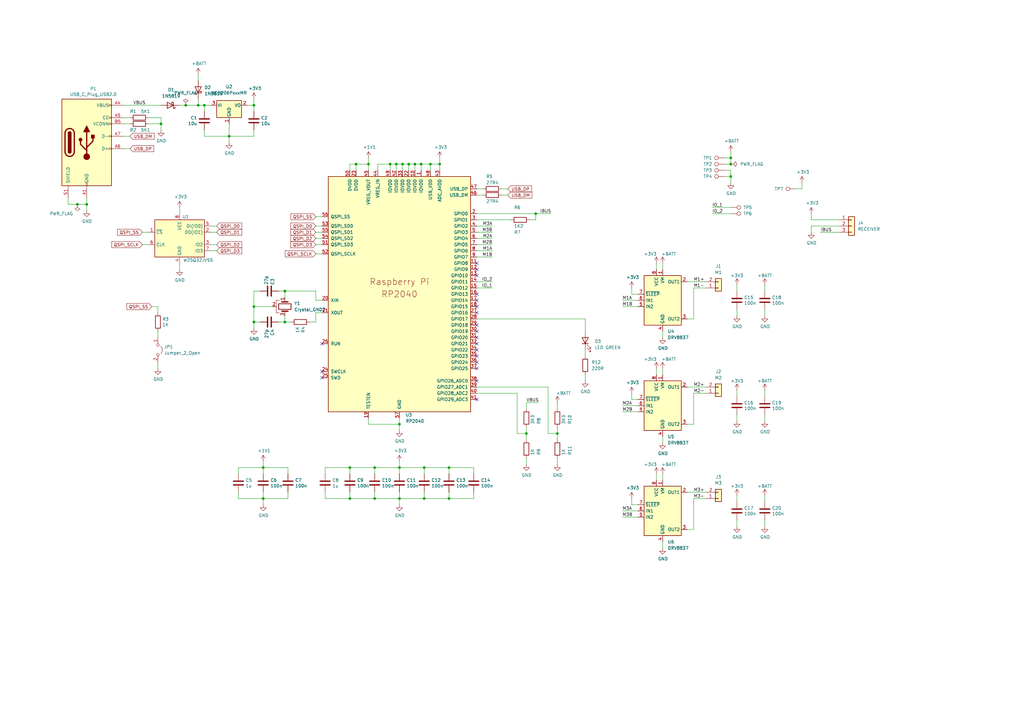
<source format=kicad_sch>
(kicad_sch (version 20211123) (generator eeschema)
  (paper "A3")
  (lib_symbols
    (symbol "Connector:TestPoint" (pin_numbers hide) (pin_names (offset 0.762) hide)
      (property "Reference" "TP" (at 0 6.858 0))
      (property "Value" "TestPoint" (at 0 5.08 0))
      (symbol "TestPoint_1_1"
        (pin passive line (at 0 0 90) (length 2.54) (name "1") (number "1"))
      )
    )
    (symbol "Connector:USB_C_Plug_USB2.0" (pin_names (offset 1.016))
      (property "Reference" "P" (at -10.16 19.05 0))
      (property "Value" "USB_C_Plug_USB2.0" (at 12.7 19.05 0))
      (symbol "USB_C_Plug_USB2.0_1_1"
        (pin passive line (at 0 -22.86 90) (length 5.08) (name "GND") (number "A1"))
        (pin passive line (at 0 -22.86 90) (length 5.08) hide (name "GND") (number "A12"))
        (pin passive line (at 15.24 15.24 180) (length 5.08) (name "VBUS") (number "A4"))
        (pin bidirectional line (at 15.24 10.16 180) (length 5.08) (name "CC") (number "A5"))
        (pin bidirectional line (at 15.24 -2.54 180) (length 5.08) (name "D+") (number "A6"))
        (pin bidirectional line (at 15.24 2.54 180) (length 5.08) (name "D-") (number "A7"))
        (pin passive line (at 15.24 15.24 180) (length 5.08) hide (name "VBUS") (number "A9"))
        (pin passive line (at 0 -22.86 90) (length 5.08) hide (name "GND") (number "B1"))
        (pin passive line (at 0 -22.86 90) (length 5.08) hide (name "GND") (number "B12"))
        (pin passive line (at 15.24 15.24 180) (length 5.08) hide (name "VBUS") (number "B4"))
        (pin bidirectional line (at 15.24 7.62 180) (length 5.08) (name "VCONN") (number "B5"))
        (pin passive line (at 15.24 15.24 180) (length 5.08) hide (name "VBUS") (number "B9"))
        (pin passive line (at -7.62 -22.86 90) (length 5.08) (name "SHIELD") (number "S1"))
      )
    )
    (symbol "Connector_Generic:Conn_01x02" (pin_names (offset 1.016) hide)
      (property "Reference" "J" (at 0 2.54 0))
      (property "Value" "Conn_01x02" (at 0 -5.08 0))
      (symbol "Conn_01x02_1_1"
        (pin passive line (at -5.08 0 0) (length 3.81) (name "Pin_1") (number "1"))
        (pin passive line (at -5.08 -2.54 0) (length 3.81) (name "Pin_2") (number "2"))
      )
    )
    (symbol "Connector_Generic:Conn_01x03" (pin_names (offset 1.016) hide)
      (property "Reference" "J" (at 0 5.08 0))
      (property "Value" "Conn_01x03" (at 0 -5.08 0))
      (symbol "Conn_01x03_1_1"
        (pin passive line (at -5.08 2.54 0) (length 3.81) (name "Pin_1") (number "1"))
        (pin passive line (at -5.08 0 0) (length 3.81) (name "Pin_2") (number "2"))
        (pin passive line (at -5.08 -2.54 0) (length 3.81) (name "Pin_3") (number "3"))
      )
    )
    (symbol "Device:C" (pin_numbers hide) (pin_names (offset 0.254))
      (property "Reference" "C" (at 0.635 2.54 0))
      (property "Value" "C" (at 0.635 -2.54 0))
      (symbol "C_1_1"
        (pin passive line (at 0 3.81 270) (length 2.794) (name "~") (number "1"))
        (pin passive line (at 0 -3.81 90) (length 2.794) (name "~") (number "2"))
      )
    )
    (symbol "Device:Crystal_GND2" (pin_names (offset 1.016) hide)
      (property "Reference" "Y" (at 0 5.715 0))
      (property "Value" "Crystal_GND2" (at 0 3.81 0))
      (symbol "Crystal_GND2_1_1"
        (pin passive line (at -3.81 0 0) (length 1.27) (name "1") (number "1"))
        (pin passive line (at 0 -5.08 90) (length 1.27) (name "2") (number "2"))
        (pin passive line (at 3.81 0 180) (length 1.27) (name "3") (number "3"))
      )
    )
    (symbol "Device:LED" (pin_numbers hide) (pin_names (offset 1.016) hide)
      (property "Reference" "D" (at 0 2.54 0))
      (property "Value" "LED" (at 0 -2.54 0))
      (symbol "LED_1_1"
        (pin passive line (at -3.81 0 0) (length 2.54) (name "K") (number "1"))
        (pin passive line (at 3.81 0 180) (length 2.54) (name "A") (number "2"))
      )
    )
    (symbol "Device:R" (pin_numbers hide) (pin_names (offset 0))
      (property "Reference" "R" (at 2.032 0 90))
      (property "Value" "R" (at 0 0 90))
      (symbol "R_1_1"
        (pin passive line (at 0 3.81 270) (length 1.27) (name "~") (number "1"))
        (pin passive line (at 0 -3.81 90) (length 1.27) (name "~") (number "2"))
      )
    )
    (symbol "Diode:1N5819" (pin_numbers hide) (pin_names (offset 1.016) hide)
      (property "Reference" "D" (at 0 2.54 0))
      (property "Value" "1N5819" (at 0 -2.54 0))
      (symbol "1N5819_1_1"
        (pin passive line (at -3.81 0 0) (length 2.54) (name "K") (number "1"))
        (pin passive line (at 3.81 0 180) (length 2.54) (name "A") (number "2"))
      )
    )
    (symbol "Driver_Motor:DRV8837"
      (property "Reference" "U" (at 6.35 11.43 0))
      (property "Value" "DRV8837" (at -10.16 11.43 0))
      (symbol "DRV8837_1_1"
        (pin power_in line (at 0 12.7 270) (length 2.54) (name "VM") (number "1"))
        (pin output line (at 10.16 7.62 180) (length 2.54) (name "OUT1") (number "2"))
        (pin output line (at 10.16 -7.62 180) (length 2.54) (name "OUT2") (number "3"))
        (pin power_in line (at 0 -12.7 90) (length 2.54) (name "GND") (number "4"))
        (pin input line (at -10.16 -2.54 0) (length 2.54) (name "IN2") (number "5"))
        (pin input line (at -10.16 0 0) (length 2.54) (name "IN1") (number "6"))
        (pin input line (at -10.16 2.54 0) (length 2.54) (name "~{SLEEP}") (number "7"))
        (pin power_in line (at -2.54 12.7 270) (length 2.54) (name "VCC") (number "8"))
        (pin passive line (at 0 -12.7 90) (length 2.54) hide (name "GND") (number "9"))
      )
    )
    (symbol "Jumper:Jumper_2_Open" (pin_names (offset 0) hide)
      (property "Reference" "JP" (at 0 2.794 0))
      (property "Value" "Jumper_2_Open" (at 0 -2.286 0))
      (symbol "Jumper_2_Open_1_1"
        (pin passive line (at -5.08 0 0) (length 2.54) (name "A") (number "1"))
        (pin passive line (at 5.08 0 180) (length 2.54) (name "B") (number "2"))
      )
    )
    (symbol "MCU_RaspberryPi_RP2040:RP2040" (pin_names (offset 1.016))
      (property "Reference" "U" (at -29.21 49.53 0))
      (property "Value" "RP2040" (at 24.13 -49.53 0))
      (symbol "RP2040_0_0"
        (text "Raspberry Pi" (at 0 5.08 0) (effects (font (size 2.54 2.54))))
        (text "RP2040" (at 0 0 0) (effects (font (size 2.54 2.54))))
      )
      (symbol "RP2040_1_1"
        (pin power_in line (at 8.89 50.8 270) (length 2.54) (name "IOVDD") (number "1"))
        (pin power_in line (at 6.35 50.8 270) (length 2.54) (name "IOVDD") (number "10"))
        (pin bidirectional line (at 31.75 12.7 180) (length 2.54) (name "GPIO8") (number "11"))
        (pin bidirectional line (at 31.75 10.16 180) (length 2.54) (name "GPIO9") (number "12"))
        (pin bidirectional line (at 31.75 7.62 180) (length 2.54) (name "GPIO10") (number "13"))
        (pin bidirectional line (at 31.75 5.08 180) (length 2.54) (name "GPIO11") (number "14"))
        (pin bidirectional line (at 31.75 2.54 180) (length 2.54) (name "GPIO12") (number "15"))
        (pin bidirectional line (at 31.75 0 180) (length 2.54) (name "GPIO13") (number "16"))
        (pin bidirectional line (at 31.75 -2.54 180) (length 2.54) (name "GPIO14") (number "17"))
        (pin bidirectional line (at 31.75 -5.08 180) (length 2.54) (name "GPIO15") (number "18"))
        (pin passive line (at -12.7 -50.8 90) (length 2.54) (name "TESTEN") (number "19"))
        (pin bidirectional line (at 31.75 33.02 180) (length 2.54) (name "GPIO0") (number "2"))
        (pin input line (at -31.75 -2.54 0) (length 2.54) (name "XIN") (number "20"))
        (pin passive line (at -31.75 -7.62 0) (length 2.54) (name "XOUT") (number "21"))
        (pin power_in line (at 3.81 50.8 270) (length 2.54) (name "IOVDD") (number "22"))
        (pin power_in line (at -17.78 50.8 270) (length 2.54) (name "DVDD") (number "23"))
        (pin output line (at -31.75 -31.75 0) (length 2.54) (name "SWCLK") (number "24"))
        (pin bidirectional line (at -31.75 -34.29 0) (length 2.54) (name "SWD") (number "25"))
        (pin input line (at -31.75 -20.32 0) (length 2.54) (name "RUN") (number "26"))
        (pin bidirectional line (at 31.75 -7.62 180) (length 2.54) (name "GPIO16") (number "27"))
        (pin bidirectional line (at 31.75 -10.16 180) (length 2.54) (name "GPIO17") (number "28"))
        (pin bidirectional line (at 31.75 -12.7 180) (length 2.54) (name "GPIO18") (number "29"))
        (pin bidirectional line (at 31.75 30.48 180) (length 2.54) (name "GPIO1") (number "3"))
        (pin bidirectional line (at 31.75 -15.24 180) (length 2.54) (name "GPIO19") (number "30"))
        (pin bidirectional line (at 31.75 -17.78 180) (length 2.54) (name "GPIO20") (number "31"))
        (pin bidirectional line (at 31.75 -20.32 180) (length 2.54) (name "GPIO21") (number "32"))
        (pin power_in line (at 1.27 50.8 270) (length 2.54) (name "IOVDD") (number "33"))
        (pin bidirectional line (at 31.75 -22.86 180) (length 2.54) (name "GPIO22") (number "34"))
        (pin bidirectional line (at 31.75 -25.4 180) (length 2.54) (name "GPIO23") (number "35"))
        (pin bidirectional line (at 31.75 -27.94 180) (length 2.54) (name "GPIO24") (number "36"))
        (pin bidirectional line (at 31.75 -30.48 180) (length 2.54) (name "GPIO25") (number "37"))
        (pin bidirectional line (at 31.75 -35.56 180) (length 2.54) (name "GPIO26_ADC0") (number "38"))
        (pin bidirectional line (at 31.75 -38.1 180) (length 2.54) (name "GPIO27_ADC1") (number "39"))
        (pin bidirectional line (at 31.75 27.94 180) (length 2.54) (name "GPIO2") (number "4"))
        (pin bidirectional line (at 31.75 -40.64 180) (length 2.54) (name "GPIO28_ADC2") (number "40"))
        (pin bidirectional line (at 31.75 -43.18 180) (length 2.54) (name "GPIO29_ADC3") (number "41"))
        (pin power_in line (at -1.27 50.8 270) (length 2.54) (name "IOVDD") (number "42"))
        (pin power_in line (at 16.51 50.8 270) (length 2.54) (name "ADC_AVDD") (number "43"))
        (pin power_in line (at -8.89 50.8 270) (length 2.54) (name "VREG_IN") (number "44"))
        (pin power_out line (at -12.7 50.8 270) (length 2.54) (name "VREG_VOUT") (number "45"))
        (pin bidirectional line (at 31.75 40.64 180) (length 2.54) (name "USB_DM") (number "46"))
        (pin bidirectional line (at 31.75 43.18 180) (length 2.54) (name "USB_DP") (number "47"))
        (pin power_in line (at 12.7 50.8 270) (length 2.54) (name "USB_VDD") (number "48"))
        (pin power_in line (at -3.81 50.8 270) (length 2.54) (name "IOVDD") (number "49"))
        (pin bidirectional line (at 31.75 25.4 180) (length 2.54) (name "GPIO3") (number "5"))
        (pin power_in line (at -20.32 50.8 270) (length 2.54) (name "DVDD") (number "50"))
        (pin bidirectional line (at -31.75 20.32 0) (length 2.54) (name "QSPI_SD3") (number "51"))
        (pin output line (at -31.75 16.51 0) (length 2.54) (name "QSPI_SCLK") (number "52"))
        (pin bidirectional line (at -31.75 27.94 0) (length 2.54) (name "QSPI_SD0") (number "53"))
        (pin bidirectional line (at -31.75 22.86 0) (length 2.54) (name "QSPI_SD2") (number "54"))
        (pin bidirectional line (at -31.75 25.4 0) (length 2.54) (name "QSPI_SD1") (number "55"))
        (pin bidirectional line (at -31.75 31.75 0) (length 2.54) (name "QSPI_SS") (number "56"))
        (pin power_in line (at 0 -50.8 90) (length 2.54) (name "GND") (number "57"))
        (pin bidirectional line (at 31.75 22.86 180) (length 2.54) (name "GPIO4") (number "6"))
        (pin bidirectional line (at 31.75 20.32 180) (length 2.54) (name "GPIO5") (number "7"))
        (pin bidirectional line (at 31.75 17.78 180) (length 2.54) (name "GPIO6") (number "8"))
        (pin bidirectional line (at 31.75 15.24 180) (length 2.54) (name "GPIO7") (number "9"))
      )
    )
    (symbol "Memory_Flash:W25Q32JVSS"
      (property "Reference" "U" (at -8.89 8.89 0))
      (property "Value" "W25Q32JVSS" (at 7.62 8.89 0))
      (symbol "W25Q32JVSS_1_1"
        (pin input line (at -12.7 2.54 0) (length 2.54) (name "~{CS}") (number "1"))
        (pin bidirectional line (at 12.7 2.54 180) (length 2.54) (name "DO(IO1)") (number "2"))
        (pin bidirectional line (at 12.7 -2.54 180) (length 2.54) (name "IO2") (number "3"))
        (pin power_in line (at 0 -10.16 90) (length 2.54) (name "GND") (number "4"))
        (pin bidirectional line (at 12.7 5.08 180) (length 2.54) (name "DI(IO0)") (number "5"))
        (pin input line (at -12.7 -2.54 0) (length 2.54) (name "CLK") (number "6"))
        (pin bidirectional line (at 12.7 -5.08 180) (length 2.54) (name "IO3") (number "7"))
        (pin power_in line (at 0 10.16 270) (length 2.54) (name "VCC") (number "8"))
      )
    )
    (symbol "Regulator_Linear:XC6206PxxxMR" (pin_names (offset 0.254))
      (property "Reference" "U" (at -3.81 3.175 0))
      (property "Value" "XC6206PxxxMR" (at 0 3.175 0))
      (symbol "XC6206PxxxMR_1_1"
        (pin power_in line (at 0 -7.62 90) (length 2.54) (name "GND") (number "1"))
        (pin power_out line (at 7.62 0 180) (length 2.54) (name "VO") (number "2"))
        (pin power_in line (at -7.62 0 0) (length 2.54) (name "VI") (number "3"))
      )
    )
    (symbol "power:+1V1" (power) (pin_names (offset 0))
      (property "Value" "+1V1" (at 0 3.556 0))
      (symbol "+1V1_1_1"
        (pin power_in line (at 0 0 90) (length 0) hide (name "+1V1") (number "1"))
      )
    )
    (symbol "power:+3.3V" (power) (pin_names (offset 0))
      (property "Value" "+3.3V" (at 0 3.556 0))
      (symbol "+3.3V_1_1"
        (pin power_in line (at 0 0 90) (length 0) hide (name "+3V3") (number "1"))
      )
    )
    (symbol "power:+3V3" (power) (pin_names (offset 0))
      (property "Value" "+3V3" (at 0 3.556 0))
      (symbol "+3V3_1_1"
        (pin power_in line (at 0 0 90) (length 0) hide (name "+3V3") (number "1"))
      )
    )
    (symbol "power:+BATT" (power) (pin_names (offset 0))
      (property "Value" "+BATT" (at 0 3.556 0))
      (symbol "+BATT_1_1"
        (pin power_in line (at 0 0 90) (length 0) hide (name "+BATT") (number "1"))
      )
    )
    (symbol "power:GND" (power) (pin_names (offset 0))
      (property "Value" "GND" (at 0 -3.81 0))
      (symbol "GND_1_1"
        (pin power_in line (at 0 0 270) (length 0) hide (name "GND") (number "1"))
      )
    )
    (symbol "power:PWR_FLAG" (power) (pin_numbers hide) (pin_names (offset 0) hide)
      (property "Value" "PWR_FLAG" (at 0 3.81 0))
      (symbol "PWR_FLAG_0_0"
        (pin power_out line (at 0 0 90) (length 0) (name "pwr") (number "1"))
      )
    )
  )
  (junction (at 163.83 204.47))
  (junction (at 104.14 132.08))
  (junction (at 93.98 55.88))
  (junction (at 153.67 204.47))
  (junction (at 180.34 67.31))
  (junction (at 107.95 191.77))
  (junction (at 143.51 191.77))
  (junction (at 162.56 67.31))
  (junction (at 116.84 132.08))
  (junction (at 160.02 67.31))
  (junction (at 153.67 191.77))
  (junction (at 173.99 204.47))
  (junction (at 165.1 67.31))
  (junction (at 167.64 67.31))
  (junction (at 172.72 67.31))
  (junction (at 66.04 50.8))
  (junction (at 299.72 64.77))
  (junction (at 146.05 67.31))
  (junction (at 184.15 191.77))
  (junction (at 81.28 43.18))
  (junction (at 143.51 204.47))
  (junction (at 107.95 204.47))
  (junction (at 35.56 83.82))
  (junction (at 31.75 83.82))
  (junction (at 116.84 119.38))
  (junction (at 228.6 177.8))
  (junction (at 151.13 67.31))
  (junction (at 184.15 204.47))
  (junction (at 170.18 67.31))
  (junction (at 173.99 191.77))
  (junction (at 299.72 72.39))
  (junction (at 76.2 43.18))
  (junction (at 176.53 67.31))
  (junction (at 219.71 87.63))
  (junction (at 104.14 43.18))
  (junction (at 299.72 67.31))
  (junction (at 104.14 125.73))
  (junction (at 163.83 191.77))
  (junction (at 83.82 43.18))
  (junction (at 163.83 173.99))
  (junction (at 215.9 177.8))
  (no_connect (at 132.08 154.94))
  (no_connect (at 195.58 107.95))
  (no_connect (at 195.58 110.49))
  (no_connect (at 195.58 113.03))
  (no_connect (at 195.58 120.65))
  (no_connect (at 195.58 125.73))
  (no_connect (at 195.58 128.27))
  (no_connect (at 195.58 123.19))
  (no_connect (at 195.58 156.21))
  (no_connect (at 195.58 146.05))
  (no_connect (at 195.58 148.59))
  (no_connect (at 195.58 151.13))
  (no_connect (at 195.58 143.51))
  (no_connect (at 195.58 133.35))
  (no_connect (at 195.58 140.97))
  (no_connect (at 195.58 138.43))
  (no_connect (at 195.58 135.89))
  (no_connect (at 132.08 152.4))
  (no_connect (at 132.08 140.97))
  (no_connect (at 195.58 163.83))
  (wire (pts (xy 153.67 204.47) (xy 143.51 204.47)))
  (wire (pts (xy 299.72 72.39) (xy 299.72 74.93)))
  (wire (pts (xy 219.71 87.63) (xy 226.06 87.63)))
  (wire (pts (xy 50.8 48.26) (xy 53.34 48.26)))
  (wire (pts (xy 58.42 100.33) (xy 60.96 100.33)))
  (wire (pts (xy 173.99 191.77) (xy 184.15 191.77)))
  (wire (pts (xy 81.28 30.48) (xy 81.28 33.02)))
  (wire (pts (xy 176.53 67.31) (xy 176.53 69.85)))
  (wire (pts (xy 313.69 129.54) (xy 313.69 127)))
  (wire (pts (xy 271.78 181.61) (xy 271.78 179.07)))
  (wire (pts (xy 146.05 67.31) (xy 151.13 67.31)))
  (wire (pts (xy 151.13 67.31) (xy 151.13 64.77)))
  (wire (pts (xy 313.69 160.02) (xy 313.69 162.56)))
  (wire (pts (xy 35.56 83.82) (xy 31.75 83.82)))
  (wire (pts (xy 302.26 205.74) (xy 302.26 203.2)))
  (wire (pts (xy 271.78 194.31) (xy 271.78 196.85)))
  (wire (pts (xy 143.51 191.77) (xy 143.51 194.31)))
  (wire (pts (xy 163.83 201.93) (xy 163.83 204.47)))
  (wire (pts (xy 255.27 166.37) (xy 261.62 166.37)))
  (wire (pts (xy 302.26 119.38) (xy 302.26 116.84)))
  (wire (pts (xy 88.9 100.33) (xy 86.36 100.33)))
  (wire (pts (xy 284.48 217.17) (xy 284.48 204.47)))
  (wire (pts (xy 332.74 90.17) (xy 344.17 90.17)))
  (wire (pts (xy 194.31 204.47) (xy 194.31 201.93)))
  (wire (pts (xy 292.1 85.09) (xy 299.72 85.09)))
  (wire (pts (xy 106.68 132.08) (xy 104.14 132.08)))
  (wire (pts (xy 107.95 207.01) (xy 107.95 204.47)))
  (wire (pts (xy 313.69 172.72) (xy 313.69 170.18)))
  (wire (pts (xy 35.56 86.36) (xy 35.56 83.82)))
  (wire (pts (xy 107.95 191.77) (xy 107.95 194.31)))
  (wire (pts (xy 269.24 153.67) (xy 269.24 151.13)))
  (wire (pts (xy 184.15 204.47) (xy 184.15 201.93)))
  (wire (pts (xy 50.8 55.88) (xy 53.34 55.88)))
  (wire (pts (xy 163.83 191.77) (xy 163.83 194.31)))
  (wire (pts (xy 176.53 67.31) (xy 180.34 67.31)))
  (wire (pts (xy 313.69 203.2) (xy 313.69 205.74)))
  (wire (pts (xy 198.12 77.47) (xy 195.58 77.47)))
  (wire (pts (xy 228.6 177.8) (xy 228.6 180.34)))
  (wire (pts (xy 114.3 132.08) (xy 116.84 132.08)))
  (wire (pts (xy 163.83 173.99) (xy 163.83 171.45)))
  (wire (pts (xy 284.48 130.81) (xy 284.48 118.11)))
  (wire (pts (xy 228.6 177.8) (xy 224.79 177.8)))
  (wire (pts (xy 83.82 55.88) (xy 93.98 55.88)))
  (wire (pts (xy 104.14 132.08) (xy 104.14 125.73)))
  (wire (pts (xy 153.67 204.47) (xy 153.67 201.93)))
  (wire (pts (xy 163.83 204.47) (xy 153.67 204.47)))
  (wire (pts (xy 302.26 215.9) (xy 302.26 213.36)))
  (wire (pts (xy 81.28 40.64) (xy 81.28 43.18)))
  (wire (pts (xy 151.13 173.99) (xy 151.13 171.45)))
  (wire (pts (xy 129.54 104.14) (xy 132.08 104.14)))
  (wire (pts (xy 160.02 69.85) (xy 160.02 67.31)))
  (wire (pts (xy 132.08 97.79) (xy 129.54 97.79)))
  (wire (pts (xy 297.18 67.31) (xy 299.72 67.31)))
  (wire (pts (xy 195.58 80.01) (xy 198.12 80.01)))
  (wire (pts (xy 97.79 191.77) (xy 97.79 194.31)))
  (wire (pts (xy 240.03 130.81) (xy 240.03 135.89)))
  (wire (pts (xy 255.27 125.73) (xy 261.62 125.73)))
  (wire (pts (xy 328.93 74.93) (xy 328.93 77.47)))
  (wire (pts (xy 195.58 90.17) (xy 209.55 90.17)))
  (wire (pts (xy 64.77 138.43) (xy 64.77 135.89)))
  (wire (pts (xy 215.9 175.26) (xy 215.9 177.8)))
  (wire (pts (xy 297.18 64.77) (xy 299.72 64.77)))
  (wire (pts (xy 219.71 87.63) (xy 219.71 90.17)))
  (wire (pts (xy 129.54 100.33) (xy 132.08 100.33)))
  (wire (pts (xy 259.08 163.83) (xy 259.08 161.29)))
  (wire (pts (xy 332.74 92.71) (xy 344.17 92.71)))
  (wire (pts (xy 255.27 212.09) (xy 261.62 212.09)))
  (wire (pts (xy 173.99 191.77) (xy 173.99 194.31)))
  (wire (pts (xy 118.11 194.31) (xy 118.11 191.77)))
  (wire (pts (xy 299.72 67.31) (xy 299.72 64.77)))
  (wire (pts (xy 35.56 81.28) (xy 35.56 83.82)))
  (wire (pts (xy 194.31 204.47) (xy 184.15 204.47)))
  (wire (pts (xy 195.58 87.63) (xy 219.71 87.63)))
  (wire (pts (xy 162.56 67.31) (xy 165.1 67.31)))
  (wire (pts (xy 281.94 158.75) (xy 289.56 158.75)))
  (wire (pts (xy 86.36 95.25) (xy 88.9 95.25)))
  (wire (pts (xy 201.93 97.79) (xy 195.58 97.79)))
  (wire (pts (xy 271.78 224.79) (xy 271.78 222.25)))
  (wire (pts (xy 184.15 191.77) (xy 184.15 194.31)))
  (wire (pts (xy 129.54 88.9) (xy 132.08 88.9)))
  (wire (pts (xy 269.24 110.49) (xy 269.24 107.95)))
  (wire (pts (xy 201.93 105.41) (xy 195.58 105.41)))
  (wire (pts (xy 184.15 191.77) (xy 194.31 191.77)))
  (wire (pts (xy 146.05 69.85) (xy 146.05 67.31)))
  (wire (pts (xy 167.64 67.31) (xy 167.64 69.85)))
  (wire (pts (xy 302.26 172.72) (xy 302.26 170.18)))
  (wire (pts (xy 116.84 129.54) (xy 116.84 132.08)))
  (wire (pts (xy 195.58 130.81) (xy 240.03 130.81)))
  (wire (pts (xy 240.03 143.51) (xy 240.03 146.05)))
  (wire (pts (xy 66.04 43.18) (xy 50.8 43.18)))
  (wire (pts (xy 259.08 207.01) (xy 259.08 204.47)))
  (wire (pts (xy 215.9 165.1) (xy 215.9 167.64)))
  (wire (pts (xy 129.54 128.27) (xy 129.54 132.08)))
  (wire (pts (xy 104.14 125.73) (xy 111.76 125.73)))
  (wire (pts (xy 101.6 43.18) (xy 104.14 43.18)))
  (wire (pts (xy 153.67 191.77) (xy 153.67 194.31)))
  (wire (pts (xy 143.51 67.31) (xy 146.05 67.31)))
  (wire (pts (xy 195.58 158.75) (xy 224.79 158.75)))
  (wire (pts (xy 172.72 67.31) (xy 172.72 69.85)))
  (wire (pts (xy 27.94 83.82) (xy 27.94 81.28)))
  (wire (pts (xy 281.94 130.81) (xy 284.48 130.81)))
  (wire (pts (xy 83.82 55.88) (xy 83.82 53.34)))
  (wire (pts (xy 132.08 92.71) (xy 129.54 92.71)))
  (wire (pts (xy 194.31 194.31) (xy 194.31 191.77)))
  (wire (pts (xy 224.79 158.75) (xy 224.79 177.8)))
  (wire (pts (xy 271.78 151.13) (xy 271.78 153.67)))
  (wire (pts (xy 104.14 55.88) (xy 104.14 53.34)))
  (wire (pts (xy 60.96 50.8) (xy 66.04 50.8)))
  (wire (pts (xy 73.66 107.95) (xy 73.66 110.49)))
  (wire (pts (xy 313.69 215.9) (xy 313.69 213.36)))
  (wire (pts (xy 259.08 120.65) (xy 259.08 118.11)))
  (wire (pts (xy 212.09 177.8) (xy 215.9 177.8)))
  (wire (pts (xy 86.36 102.87) (xy 88.9 102.87)))
  (wire (pts (xy 66.04 50.8) (xy 66.04 48.26)))
  (wire (pts (xy 281.94 173.99) (xy 284.48 173.99)))
  (wire (pts (xy 297.18 69.85) (xy 299.72 69.85)))
  (wire (pts (xy 143.51 69.85) (xy 143.51 67.31)))
  (wire (pts (xy 255.27 168.91) (xy 261.62 168.91)))
  (wire (pts (xy 281.94 115.57) (xy 289.56 115.57)))
  (wire (pts (xy 129.54 132.08) (xy 127 132.08)))
  (wire (pts (xy 255.27 209.55) (xy 261.62 209.55)))
  (wire (pts (xy 165.1 67.31) (xy 167.64 67.31)))
  (wire (pts (xy 62.23 125.73) (xy 64.77 125.73)))
  (wire (pts (xy 153.67 191.77) (xy 163.83 191.77)))
  (wire (pts (xy 53.34 60.96) (xy 50.8 60.96)))
  (wire (pts (xy 143.51 204.47) (xy 133.35 204.47)))
  (wire (pts (xy 201.93 95.25) (xy 195.58 95.25)))
  (wire (pts (xy 284.48 204.47) (xy 289.56 204.47)))
  (wire (pts (xy 133.35 191.77) (xy 143.51 191.77)))
  (wire (pts (xy 259.08 207.01) (xy 261.62 207.01)))
  (wire (pts (xy 93.98 55.88) (xy 104.14 55.88)))
  (wire (pts (xy 154.94 67.31) (xy 154.94 69.85)))
  (wire (pts (xy 302.26 129.54) (xy 302.26 127)))
  (wire (pts (xy 201.93 92.71) (xy 195.58 92.71)))
  (wire (pts (xy 228.6 165.1) (xy 228.6 167.64)))
  (wire (pts (xy 281.94 201.93) (xy 289.56 201.93)))
  (wire (pts (xy 259.08 120.65) (xy 261.62 120.65)))
  (wire (pts (xy 201.93 100.33) (xy 195.58 100.33)))
  (wire (pts (xy 76.2 43.18) (xy 81.28 43.18)))
  (wire (pts (xy 281.94 217.17) (xy 284.48 217.17)))
  (wire (pts (xy 104.14 43.18) (xy 104.14 45.72)))
  (wire (pts (xy 154.94 67.31) (xy 160.02 67.31)))
  (wire (pts (xy 151.13 67.31) (xy 151.13 69.85)))
  (wire (pts (xy 217.17 90.17) (xy 219.71 90.17)))
  (wire (pts (xy 255.27 123.19) (xy 261.62 123.19)))
  (wire (pts (xy 64.77 148.59) (xy 64.77 151.13)))
  (wire (pts (xy 284.48 173.99) (xy 284.48 161.29)))
  (wire (pts (xy 284.48 161.29) (xy 289.56 161.29)))
  (wire (pts (xy 116.84 121.92) (xy 116.84 119.38)))
  (wire (pts (xy 170.18 67.31) (xy 172.72 67.31)))
  (wire (pts (xy 143.51 191.77) (xy 153.67 191.77)))
  (wire (pts (xy 284.48 118.11) (xy 289.56 118.11)))
  (wire (pts (xy 118.11 204.47) (xy 118.11 201.93)))
  (wire (pts (xy 180.34 67.31) (xy 180.34 69.85)))
  (wire (pts (xy 215.9 190.5) (xy 215.9 187.96)))
  (wire (pts (xy 160.02 67.31) (xy 162.56 67.31)))
  (wire (pts (xy 208.28 77.47) (xy 205.74 77.47)))
  (wire (pts (xy 259.08 163.83) (xy 261.62 163.83)))
  (wire (pts (xy 172.72 67.31) (xy 176.53 67.31)))
  (wire (pts (xy 66.04 50.8) (xy 66.04 53.34)))
  (wire (pts (xy 302.26 162.56) (xy 302.26 160.02)))
  (wire (pts (xy 97.79 204.47) (xy 107.95 204.47)))
  (wire (pts (xy 299.72 72.39) (xy 297.18 72.39)))
  (wire (pts (xy 107.95 201.93) (xy 107.95 204.47)))
  (wire (pts (xy 93.98 50.8) (xy 93.98 55.88)))
  (wire (pts (xy 212.09 161.29) (xy 212.09 177.8)))
  (wire (pts (xy 184.15 204.47) (xy 173.99 204.47)))
  (wire (pts (xy 129.54 119.38) (xy 116.84 119.38)))
  (wire (pts (xy 132.08 128.27) (xy 129.54 128.27)))
  (wire (pts (xy 66.04 48.26) (xy 60.96 48.26)))
  (wire (pts (xy 180.34 67.31) (xy 180.34 64.77)))
  (wire (pts (xy 163.83 191.77) (xy 173.99 191.77)))
  (wire (pts (xy 215.9 177.8) (xy 215.9 180.34)))
  (wire (pts (xy 163.83 191.77) (xy 163.83 189.23)))
  (wire (pts (xy 167.64 67.31) (xy 170.18 67.31)))
  (wire (pts (xy 269.24 196.85) (xy 269.24 194.31)))
  (wire (pts (xy 97.79 201.93) (xy 97.79 204.47)))
  (wire (pts (xy 173.99 201.93) (xy 173.99 204.47)))
  (wire (pts (xy 81.28 43.18) (xy 83.82 43.18)))
  (wire (pts (xy 133.35 191.77) (xy 133.35 194.31)))
  (wire (pts (xy 215.9 165.1) (xy 220.98 165.1)))
  (wire (pts (xy 50.8 50.8) (xy 53.34 50.8)))
  (wire (pts (xy 313.69 116.84) (xy 313.69 119.38)))
  (wire (pts (xy 73.66 87.63) (xy 73.66 85.09)))
  (wire (pts (xy 88.9 92.71) (xy 86.36 92.71)))
  (wire (pts (xy 228.6 190.5) (xy 228.6 187.96)))
  (wire (pts (xy 73.66 43.18) (xy 76.2 43.18)))
  (wire (pts (xy 129.54 123.19) (xy 132.08 123.19)))
  (wire (pts (xy 332.74 92.71) (xy 332.74 95.25)))
  (wire (pts (xy 143.51 201.93) (xy 143.51 204.47)))
  (wire (pts (xy 299.72 69.85) (xy 299.72 72.39)))
  (wire (pts (xy 195.58 118.11) (xy 201.93 118.11)))
  (wire (pts (xy 107.95 189.23) (xy 107.95 191.77)))
  (wire (pts (xy 107.95 204.47) (xy 118.11 204.47)))
  (wire (pts (xy 326.39 77.47) (xy 328.93 77.47)))
  (wire (pts (xy 104.14 132.08) (xy 104.14 134.62)))
  (wire (pts (xy 31.75 83.82) (xy 27.94 83.82)))
  (wire (pts (xy 271.78 138.43) (xy 271.78 135.89)))
  (wire (pts (xy 116.84 119.38) (xy 114.3 119.38)))
  (wire (pts (xy 64.77 125.73) (xy 64.77 128.27)))
  (wire (pts (xy 163.83 204.47) (xy 163.83 207.01)))
  (wire (pts (xy 205.74 80.01) (xy 208.28 80.01)))
  (wire (pts (xy 118.11 191.77) (xy 107.95 191.77)))
  (wire (pts (xy 58.42 95.25) (xy 60.96 95.25)))
  (wire (pts (xy 129.54 119.38) (xy 129.54 123.19)))
  (wire (pts (xy 116.84 132.08) (xy 119.38 132.08)))
  (wire (pts (xy 133.35 201.93) (xy 133.35 204.47)))
  (wire (pts (xy 292.1 87.63) (xy 299.72 87.63)))
  (wire (pts (xy 129.54 95.25) (xy 132.08 95.25)))
  (wire (pts (xy 163.83 173.99) (xy 151.13 173.99)))
  (wire (pts (xy 195.58 115.57) (xy 201.93 115.57)))
  (wire (pts (xy 163.83 176.53) (xy 163.83 173.99)))
  (wire (pts (xy 228.6 175.26) (xy 228.6 177.8)))
  (wire (pts (xy 165.1 69.85) (xy 165.1 67.31)))
  (wire (pts (xy 195.58 161.29) (xy 212.09 161.29)))
  (wire (pts (xy 104.14 43.18) (xy 104.14 40.64)))
  (wire (pts (xy 201.93 102.87) (xy 195.58 102.87)))
  (wire (pts (xy 83.82 45.72) (xy 83.82 43.18)))
  (wire (pts (xy 170.18 67.31) (xy 170.18 69.85)))
  (wire (pts (xy 93.98 55.88) (xy 93.98 58.42)))
  (wire (pts (xy 104.14 125.73) (xy 104.14 119.38)))
  (wire (pts (xy 162.56 67.31) (xy 162.56 69.85)))
  (wire (pts (xy 97.79 191.77) (xy 107.95 191.77)))
  (wire (pts (xy 173.99 204.47) (xy 163.83 204.47)))
  (wire (pts (xy 332.74 87.63) (xy 332.74 90.17)))
  (wire (pts (xy 83.82 43.18) (xy 86.36 43.18)))
  (wire (pts (xy 336.55 95.25) (xy 344.17 95.25)))
  (wire (pts (xy 299.72 62.23) (xy 299.72 64.77)))
  (wire (pts (xy 271.78 107.95) (xy 271.78 110.49)))
  (wire (pts (xy 240.03 156.21) (xy 240.03 153.67)))
  (wire (pts (xy 104.14 119.38) (xy 106.68 119.38)))
  (label "M2A" (at 201.93 97.79 180))
  (label "M3+" (at 284.48 201.93 0))
  (label "M2-" (at 284.48 161.29 0))
  (label "M1B" (at 201.93 105.41 180))
  (label "VBUS" (at 220.98 165.1 180))
  (label "M3A" (at 201.93 92.71 180))
  (label "M3B" (at 201.93 95.25 180))
  (label "M2+" (at 284.48 158.75 0))
  (label "M1B" (at 255.27 125.73 0))
  (label "IO_2" (at 292.1 87.63 0))
  (label "M3-" (at 284.48 204.47 0))
  (label "IBUS" (at 226.06 87.63 180))
  (label "M1-" (at 284.48 118.11 0))
  (label "IO_1" (at 201.93 118.11 180))
  (label "M1A" (at 255.27 123.19 0))
  (label "VBUS" (at 54.61 43.18 0))
  (label "M2B" (at 255.27 168.91 0))
  (label "M2A" (at 255.27 166.37 0))
  (label "IO_2" (at 201.93 115.57 180))
  (label "M1A" (at 201.93 102.87 180))
  (label "M3B" (at 255.27 212.09 0))
  (label "IBUS" (at 336.55 95.25 0))
  (label "M2B" (at 201.93 100.33 180))
  (label "M1+" (at 284.48 115.57 0))
  (label "M3A" (at 255.27 209.55 0))
  (label "IO_1" (at 292.1 85.09 0))
  (global_label "USB_DM" (shape input) (at 53.34 55.88 0) (property "Intersheet References" "${INTERSHEET_REFS}" (effects hide)))
  (global_label "QSPI_D3" (shape input) (at 88.9 102.87 0) (property "Intersheet References" "${INTERSHEET_REFS}" (effects hide)))
  (global_label "USB_DP" (shape input) (at 53.34 60.96 0) (property "Intersheet References" "${INTERSHEET_REFS}" (effects hide)))
  (global_label "QSPI_D1" (shape input) (at 88.9 95.25 0) (property "Intersheet References" "${INTERSHEET_REFS}" (effects hide)))
  (global_label "QSPI_D2" (shape input) (at 88.9 100.33 0) (property "Intersheet References" "${INTERSHEET_REFS}" (effects hide)))
  (global_label "QSPI_D1" (shape input) (at 129.54 95.25 180) (property "Intersheet References" "${INTERSHEET_REFS}" (effects hide)))
  (global_label "QSPI_D3" (shape input) (at 129.54 100.33 180) (property "Intersheet References" "${INTERSHEET_REFS}" (effects hide)))
  (global_label "QSPI_D0" (shape input) (at 129.54 92.71 180) (property "Intersheet References" "${INTERSHEET_REFS}" (effects hide)))
  (global_label "QSPI_SS" (shape input) (at 58.42 95.25 180) (property "Intersheet References" "${INTERSHEET_REFS}" (effects hide)))
  (global_label "QSPI_D2" (shape input) (at 129.54 97.79 180) (property "Intersheet References" "${INTERSHEET_REFS}" (effects hide)))
  (global_label "QSPI_SS" (shape input) (at 129.54 88.9 180) (property "Intersheet References" "${INTERSHEET_REFS}" (effects hide)))
  (global_label "USB_DP" (shape input) (at 208.28 77.47 0) (property "Intersheet References" "${INTERSHEET_REFS}" (effects hide)))
  (global_label "QSPI_D0" (shape input) (at 88.9 92.71 0) (property "Intersheet References" "${INTERSHEET_REFS}" (effects hide)))
  (global_label "QSPI_SCLK" (shape input) (at 58.42 100.33 180) (property "Intersheet References" "${INTERSHEET_REFS}" (effects hide)))
  (global_label "QSPI_SS" (shape input) (at 62.23 125.73 180) (property "Intersheet References" "${INTERSHEET_REFS}" (effects hide)))
  (global_label "USB_DM" (shape input) (at 208.28 80.01 0) (property "Intersheet References" "${INTERSHEET_REFS}" (effects hide)))
  (global_label "QSPI_SCLK" (shape input) (at 129.54 104.14 180) (property "Intersheet References" "${INTERSHEET_REFS}" (effects hide)))
  (symbol (lib_id "Device:C") (at 110.49 119.38 270) (unit 1)
    (property "Reference" "C3" (at 111.76 116.84 0) (effects (justify right)))
    (property "Value" "27p" (at 109.22 116.84 0) (effects (justify right)))
    (property "Footprint" "Capacitor_SMD:C_0402_1005Metric" (effects hide))
  )
  (symbol (lib_id "Device:R") (at 123.19 132.08 270) (unit 1)
    (property "Reference" "R4" (at 124.3584 133.858 0) (effects (justify left)))
    (property "Value" "1K" (at 122.047 133.858 0) (effects (justify left)))
    (property "Footprint" "Resistor_SMD:R_0402_1005Metric" (effects hide))
  )
  (symbol (lib_id "Device:C") (at 110.49 132.08 270) (unit 1)
    (property "Reference" "C4" (at 111.6584 135.001 0) (effects (justify left)))
    (property "Value" "27p" (at 109.347 135.001 0) (effects (justify left)))
    (property "Footprint" "Capacitor_SMD:C_0402_1005Metric" (effects hide))
  )
  (symbol (lib_id "power:GND") (at 104.14 134.62 0) (unit 1)
    (property "Reference" "#PWR09" (effects hide))
    (property "Value" "GND" (at 104.267 139.0142 0))
  )
  (symbol (lib_id "MCU_RaspberryPi_RP2040:RP2040") (at 163.83 120.65 0) (unit 1)
    (property "Reference" "U3" (at 167.64 170.18 0))
    (property "Value" "RP2040" (at 170.18 172.72 0))
    (property "Footprint" "Local:RP2040-QFN-56" (effects hide))
  )
  (symbol (lib_id "Memory_Flash:W25Q32JVSS") (at 73.66 97.79 0) (unit 1)
    (property "Reference" "U1" (at 76.2 88.9 0))
    (property "Value" "W25Q32JVSS" (at 81.28 106.68 0))
    (property "Footprint" "Local:8-USON" (effects hide))
    (property "Datasheet" "http://www.winbond.com/resource-files/w25q32jv%20revg%2003272018%20plus.pdf" (effects hide))
  )
  (symbol (lib_id "power:GND") (at 73.66 110.49 0) (unit 1)
    (property "Reference" "#PWR05" (effects hide))
    (property "Value" "GND" (at 73.787 114.8842 0))
  )
  (symbol (lib_id "power:+3.3V") (at 73.66 85.09 0) (unit 1)
    (property "Reference" "#PWR04" (effects hide))
    (property "Value" "+3.3V" (at 74.041 80.6958 0))
  )
  (symbol (lib_id "power:GND") (at 64.77 151.13 0) (unit 1)
    (property "Reference" "#PWR02" (effects hide))
    (property "Value" "GND" (at 64.897 155.5242 0))
  )
  (symbol (lib_id "Device:R") (at 64.77 132.08 0) (unit 1)
    (property "Reference" "R3" (at 66.548 130.9116 0) (effects (justify left)))
    (property "Value" "1K" (at 66.548 133.223 0) (effects (justify left)))
    (property "Footprint" "Resistor_SMD:R_0402_1005Metric" (effects hide))
  )
  (symbol (lib_id "power:GND") (at 163.83 176.53 0) (unit 1)
    (property "Reference" "#PWR013" (effects hide))
    (property "Value" "GND" (at 163.957 180.9242 0))
  )
  (symbol (lib_id "power:+3V3") (at 180.34 64.77 0) (unit 1)
    (property "Reference" "#PWR014" (effects hide))
    (property "Value" "+3V3" (at 180.721 60.3758 0))
  )
  (symbol (lib_id "power:+1V1") (at 151.13 64.77 0) (unit 1)
    (property "Reference" "#PWR012" (effects hide))
    (property "Value" "+1V1" (at 151.511 60.3758 0))
  )
  (symbol (lib_id "Device:R") (at 201.93 77.47 270) (unit 1)
    (property "Reference" "R5" (at 199.39 72.39 90) (effects (justify left)))
    (property "Value" "27R4" (at 199.39 74.93 90) (effects (justify left)))
    (property "Footprint" "Resistor_SMD:R_0402_1005Metric" (effects hide))
  )
  (symbol (lib_id "Device:R") (at 201.93 80.01 270) (unit 1)
    (property "Reference" "R6" (at 210.82 85.09 90) (effects (justify left)))
    (property "Value" "27R4" (at 199.39 82.55 90) (effects (justify left)))
    (property "Footprint" "Resistor_SMD:R_0402_1005Metric" (effects hide))
  )
  (symbol (lib_id "Device:C") (at 97.79 198.12 0) (unit 1)
    (property "Reference" "C5" (at 100.711 196.9516 0) (effects (justify left)))
    (property "Value" "1u" (at 100.711 199.263 0) (effects (justify left)))
    (property "Footprint" "Capacitor_SMD:C_0402_1005Metric" (effects hide))
  )
  (symbol (lib_id "Device:C") (at 107.95 198.12 0) (unit 1)
    (property "Reference" "C6" (at 110.871 196.9516 0) (effects (justify left)))
    (property "Value" "100n" (at 110.871 199.263 0) (effects (justify left)))
    (property "Footprint" "Capacitor_SMD:C_0402_1005Metric" (effects hide))
  )
  (symbol (lib_id "Device:C") (at 118.11 198.12 0) (unit 1)
    (property "Reference" "C7" (at 121.031 196.9516 0) (effects (justify left)))
    (property "Value" "100n" (at 121.031 199.263 0) (effects (justify left)))
    (property "Footprint" "Capacitor_SMD:C_0402_1005Metric" (effects hide))
  )
  (symbol (lib_id "power:GND") (at 107.95 207.01 0) (unit 1)
    (property "Reference" "#PWR011" (effects hide))
    (property "Value" "GND" (at 108.077 211.4042 0))
  )
  (symbol (lib_id "power:+1V1") (at 107.95 189.23 0) (unit 1)
    (property "Reference" "#PWR010" (effects hide))
    (property "Value" "+1V1" (at 108.331 184.8358 0))
  )
  (symbol (lib_id "Device:C") (at 133.35 198.12 0) (unit 1)
    (property "Reference" "C8" (at 136.271 196.9516 0) (effects (justify left)))
    (property "Value" "1u" (at 136.271 199.263 0) (effects (justify left)))
    (property "Footprint" "Capacitor_SMD:C_0402_1005Metric" (effects hide))
  )
  (symbol (lib_id "Device:C") (at 143.51 198.12 0) (unit 1)
    (property "Reference" "C9" (at 146.431 196.9516 0) (effects (justify left)))
    (property "Value" "100n" (at 146.431 199.263 0) (effects (justify left)))
    (property "Footprint" "Capacitor_SMD:C_0402_1005Metric" (effects hide))
  )
  (symbol (lib_id "Device:C") (at 153.67 198.12 0) (unit 1)
    (property "Reference" "C10" (at 156.591 196.9516 0) (effects (justify left)))
    (property "Value" "100n" (at 156.591 199.263 0) (effects (justify left)))
    (property "Footprint" "Capacitor_SMD:C_0402_1005Metric" (effects hide))
  )
  (symbol (lib_id "Device:C") (at 163.83 198.12 0) (unit 1)
    (property "Reference" "C11" (at 166.751 196.9516 0) (effects (justify left)))
    (property "Value" "100n" (at 166.751 199.263 0) (effects (justify left)))
    (property "Footprint" "Capacitor_SMD:C_0402_1005Metric" (effects hide))
  )
  (symbol (lib_id "Device:C") (at 173.99 198.12 0) (unit 1)
    (property "Reference" "C12" (at 176.911 196.9516 0) (effects (justify left)))
    (property "Value" "100n" (at 176.911 199.263 0) (effects (justify left)))
    (property "Footprint" "Capacitor_SMD:C_0402_1005Metric" (effects hide))
  )
  (symbol (lib_id "Device:C") (at 184.15 198.12 0) (unit 1)
    (property "Reference" "C13" (at 187.071 196.9516 0) (effects (justify left)))
    (property "Value" "100n" (at 187.071 199.263 0) (effects (justify left)))
    (property "Footprint" "Capacitor_SMD:C_0402_1005Metric" (effects hide))
  )
  (symbol (lib_id "Device:C") (at 194.31 198.12 0) (unit 1)
    (property "Reference" "C14" (at 197.231 196.9516 0) (effects (justify left)))
    (property "Value" "100n" (at 197.231 199.263 0) (effects (justify left)))
    (property "Footprint" "Capacitor_SMD:C_0402_1005Metric" (effects hide))
  )
  (symbol (lib_id "power:GND") (at 163.83 207.01 0) (unit 1)
    (property "Reference" "#PWR016" (effects hide))
    (property "Value" "GND" (at 163.957 211.4042 0))
  )
  (symbol (lib_id "power:+3V3") (at 163.83 189.23 0) (unit 1)
    (property "Reference" "#PWR015" (effects hide))
    (property "Value" "+3V3" (at 164.211 184.8358 0))
  )
  (symbol (lib_id "Connector:USB_C_Plug_USB2.0") (at 35.56 58.42 0) (unit 1)
    (property "Reference" "P1" (at 38.2778 36.3982 0))
    (property "Value" "USB_C_Plug_USB2.0" (at 38.2778 38.7096 0))
    (property "Footprint" "Connector_USB:USB_C_Receptacle_Palconn_UTC16-G" (effects hide))
    (property "Datasheet" "https://www.usb.org/sites/default/files/documents/usb_type-c.zip" (effects hide))
  )
  (symbol (lib_id "power:GND") (at 35.56 86.36 0) (unit 1)
    (property "Reference" "#PWR01" (effects hide))
    (property "Value" "GND" (at 35.687 90.7542 0))
  )
  (symbol (lib_id "Device:C") (at 83.82 49.53 0) (mirror y) (unit 1)
    (property "Reference" "C1" (at 80.899 48.3616 0) (effects (justify left)))
    (property "Value" "10u" (at 80.899 50.673 0) (effects (justify left)))
    (property "Footprint" "Capacitor_SMD:C_0603_1608Metric" (effects hide))
  )
  (symbol (lib_id "Device:C") (at 104.14 49.53 0) (unit 1)
    (property "Reference" "C2" (at 107.061 48.3616 0) (effects (justify left)))
    (property "Value" "10u" (at 107.061 50.673 0) (effects (justify left)))
    (property "Footprint" "Capacitor_SMD:C_0603_1608Metric" (effects hide))
  )
  (symbol (lib_id "power:+3V3") (at 104.14 40.64 0) (unit 1)
    (property "Reference" "#PWR08" (effects hide))
    (property "Value" "+3V3" (at 104.521 36.2458 0))
  )
  (symbol (lib_id "power:GND") (at 93.98 58.42 0) (unit 1)
    (property "Reference" "#PWR07" (effects hide))
    (property "Value" "GND" (at 94.107 62.8142 0))
  )
  (symbol (lib_id "power:GND") (at 313.69 129.54 0) (unit 1)
    (property "Reference" "#PWR042" (effects hide))
    (property "Value" "GND" (at 313.817 133.9342 0))
  )
  (symbol (lib_id "Device:R") (at 215.9 184.15 0) (unit 1)
    (property "Reference" "R9" (at 220.98 186.69 90) (effects (justify left)))
    (property "Value" "1K" (at 218.44 186.69 90) (effects (justify left)))
    (property "Footprint" "Resistor_SMD:R_0402_1005Metric" (effects hide))
  )
  (symbol (lib_id "Connector:TestPoint") (at 299.72 85.09 270) (unit 1)
    (property "Reference" "TP5" (at 304.8 85.09 90) (effects (justify left)))
    (property "Value" "PWM1" (effects hide))
    (property "Footprint" "TestPoint:TestPoint_Pad_1.5x1.5mm" (effects hide))
  )
  (symbol (lib_id "Device:R") (at 228.6 171.45 0) (unit 1)
    (property "Reference" "R10" (at 233.68 173.99 90) (effects (justify left)))
    (property "Value" "3K3" (at 231.14 173.99 90) (effects (justify left)))
    (property "Footprint" "Resistor_SMD:R_0402_1005Metric" (effects hide))
  )
  (symbol (lib_id "Regulator_Linear:XC6206PxxxMR") (at 93.98 43.18 0) (unit 1)
    (property "Reference" "U2" (at 93.98 35.56 0))
    (property "Value" "XC6206PxxxMR" (at 93.98 38.1 0))
    (property "Footprint" "Package_TO_SOT_SMD:SOT-23" (effects hide))
    (property "Datasheet" "https://www.torexsemi.com/file/xc6206/XC6206.pdf" (effects hide))
  )
  (symbol (lib_id "Device:Crystal_GND2") (at 116.84 125.73 270) (unit 1)
    (property "Reference" "Y1" (at 120.65 124.4599 90) (effects (justify left)))
    (property "Value" "Crystal_GND2" (at 120.65 126.9999 90) (effects (justify left)))
    (property "Footprint" "Crystal:Crystal_SMD_3225-4Pin_3.2x2.5mm" (effects hide))
  )
  (symbol (lib_id "Device:R") (at 213.36 90.17 270) (unit 1)
    (property "Reference" "R7" (at 210.82 95.25 90) (effects (justify left)))
    (property "Value" "1K2" (at 210.82 92.71 90) (effects (justify left)))
    (property "Footprint" "Resistor_SMD:R_0402_1005Metric" (effects hide))
  )
  (symbol (lib_id "power:GND") (at 215.9 190.5 0) (unit 1)
    (property "Reference" "#PWR017" (effects hide))
    (property "Value" "GND" (at 216.027 194.8942 0))
  )
  (symbol (lib_id "Device:R") (at 57.15 48.26 270) (unit 1)
    (property "Reference" "R1" (at 54.61 45.72 90))
    (property "Value" "5K1" (at 59.69 45.72 90))
    (property "Footprint" "Resistor_SMD:R_0402_1005Metric" (effects hide))
  )
  (symbol (lib_id "Device:R") (at 57.15 50.8 270) (unit 1)
    (property "Reference" "R2" (at 54.61 53.34 90))
    (property "Value" "5K1" (at 59.69 53.34 90))
    (property "Footprint" "Resistor_SMD:R_0402_1005Metric" (effects hide))
  )
  (symbol (lib_id "Connector_Generic:Conn_01x02") (at 294.64 118.11 0) (mirror x) (unit 1)
    (property "Reference" "J1" (at 294.64 109.22 0))
    (property "Value" "M1" (at 294.64 111.76 0))
    (property "Footprint" "Connector_JST:JST_SH_BM02B-SRSS-TB_1x02-1MP_P1.00mm_Vertical" (effects hide))
  )
  (symbol (lib_id "power:+3V3") (at 259.08 204.47 0) (unit 1)
    (property "Reference" "#PWR023" (effects hide))
    (property "Value" "+3V3" (at 259.461 200.0758 0))
  )
  (symbol (lib_id "power:GND") (at 313.69 215.9 0) (unit 1)
    (property "Reference" "#PWR046" (effects hide))
    (property "Value" "GND" (at 313.817 220.2942 0))
  )
  (symbol (lib_id "power:+3V3") (at 269.24 107.95 0) (unit 1)
    (property "Reference" "#PWR024" (effects hide))
    (property "Value" "+3V3" (at 266.7 104.14 0))
  )
  (symbol (lib_id "power:+3V3") (at 259.08 118.11 0) (unit 1)
    (property "Reference" "#PWR021" (effects hide))
    (property "Value" "+3V3" (at 259.461 113.7158 0))
  )
  (symbol (lib_id "power:+3V3") (at 259.08 161.29 0) (unit 1)
    (property "Reference" "#PWR022" (effects hide))
    (property "Value" "+3V3" (at 259.461 156.8958 0))
  )
  (symbol (lib_id "power:GND") (at 302.26 172.72 0) (unit 1)
    (property "Reference" "#PWR038" (effects hide))
    (property "Value" "GND" (at 302.387 177.1142 0))
  )
  (symbol (lib_id "Driver_Motor:DRV8837") (at 271.78 123.19 0) (unit 1)
    (property "Reference" "U4" (at 273.7994 135.89 0) (effects (justify left)))
    (property "Value" "DRV8837" (at 273.7994 138.43 0) (effects (justify left)))
    (property "Footprint" "Package_SON:WSON-8-1EP_2x2mm_P0.5mm_EP0.9x1.6mm" (effects hide))
    (property "Datasheet" "http://www.ti.com/lit/ds/symlink/drv8837.pdf" (effects hide))
  )
  (symbol (lib_id "Diode:1N5819") (at 69.85 43.18 180) (unit 1)
    (property "Reference" "D1" (at 70.1675 36.83 0))
    (property "Value" "1N5819" (at 70.1675 39.37 0))
    (property "Footprint" "Diode_SMD:D_SOD-323" (effects hide))
    (property "Datasheet" "http://www.vishay.com/docs/88525/1n5817.pdf" (effects hide))
  )
  (symbol (lib_id "Connector_Generic:Conn_01x03") (at 349.25 92.71 0) (unit 1)
    (property "Reference" "J4" (at 351.79 91.4399 0) (effects (justify left)))
    (property "Value" "RECEIVER" (at 351.79 93.9799 0) (effects (justify left)))
    (property "Footprint" "Connector_JST:JST_SH_BM03B-SRSS-TB_1x03-1MP_P1.00mm_Vertical" (effects hide))
  )
  (symbol (lib_id "power:+BATT") (at 81.28 30.48 0) (unit 1)
    (property "Reference" "#PWR06" (effects hide))
    (property "Value" "+BATT" (at 81.661 26.0858 0))
  )
  (symbol (lib_id "Device:C") (at 313.69 166.37 0) (unit 1)
    (property "Reference" "C19" (at 316.611 165.2016 0) (effects (justify left)))
    (property "Value" "100n" (at 316.611 167.513 0) (effects (justify left)))
    (property "Footprint" "Capacitor_SMD:C_0402_1005Metric" (effects hide))
  )
  (symbol (lib_id "power:+3V3") (at 302.26 116.84 0) (unit 1)
    (property "Reference" "#PWR035" (effects hide))
    (property "Value" "+3V3" (at 302.26 113.03 0))
  )
  (symbol (lib_id "power:+BATT") (at 313.69 203.2 0) (unit 1)
    (property "Reference" "#PWR045" (effects hide))
    (property "Value" "+BATT" (at 313.69 199.39 0))
  )
  (symbol (lib_id "power:+3V3") (at 269.24 151.13 0) (unit 1)
    (property "Reference" "#PWR025" (effects hide))
    (property "Value" "+3V3" (at 266.7 147.32 0))
  )
  (symbol (lib_id "Connector:TestPoint") (at 297.18 64.77 90) (unit 1)
    (property "Reference" "TP1" (at 292.1 64.77 90) (effects (justify left)))
    (property "Value" "BAT+" (effects hide))
    (property "Footprint" "TestPoint:TestPoint_Pad_1.5x1.5mm" (effects hide))
  )
  (symbol (lib_id "power:+3V3") (at 302.26 203.2 0) (unit 1)
    (property "Reference" "#PWR039" (effects hide))
    (property "Value" "+3V3" (at 302.26 199.39 0))
  )
  (symbol (lib_id "Device:R") (at 215.9 171.45 0) (unit 1)
    (property "Reference" "R8" (at 220.98 173.99 90) (effects (justify left)))
    (property "Value" "3K3" (at 218.44 173.99 90) (effects (justify left)))
    (property "Footprint" "Resistor_SMD:R_0402_1005Metric" (effects hide))
  )
  (symbol (lib_id "power:GND") (at 299.72 74.93 0) (unit 1)
    (property "Reference" "#PWR034" (effects hide))
    (property "Value" "GND" (at 299.847 79.3242 0))
  )
  (symbol (lib_id "Driver_Motor:DRV8837") (at 271.78 209.55 0) (unit 1)
    (property "Reference" "U6" (at 273.7994 222.25 0) (effects (justify left)))
    (property "Value" "DRV8837" (at 273.7994 224.79 0) (effects (justify left)))
    (property "Footprint" "Package_SON:WSON-8-1EP_2x2mm_P0.5mm_EP0.9x1.6mm" (effects hide))
    (property "Datasheet" "http://www.ti.com/lit/ds/symlink/drv8837.pdf" (effects hide))
  )
  (symbol (lib_id "power:PWR_FLAG") (at 299.72 67.31 270) (unit 1)
    (property "Reference" "#FLG03" (effects hide))
    (property "Value" "PWR_FLAG" (at 303.53 67.3099 90) (effects (justify left)))
  )
  (symbol (lib_id "Jumper:Jumper_2_Open") (at 64.77 143.51 270) (unit 1)
    (property "Reference" "JP1" (at 67.31 142.2399 90) (effects (justify left)))
    (property "Value" "Jumper_2_Open" (at 67.31 144.7799 90) (effects (justify left)))
    (property "Footprint" "Jumper:SolderJumper-2_P1.3mm_Open_RoundedPad1.0x1.5mm" (effects hide))
  )
  (symbol (lib_id "power:GND") (at 66.04 53.34 0) (unit 1)
    (property "Reference" "#PWR03" (effects hide))
    (property "Value" "GND" (at 66.167 57.7342 0))
  )
  (symbol (lib_id "power:GND") (at 240.03 156.21 0) (unit 1)
    (property "Reference" "#PWR020" (effects hide))
    (property "Value" "GND" (at 240.157 160.6042 0))
  )
  (symbol (lib_id "power:+BATT") (at 271.78 194.31 0) (unit 1)
    (property "Reference" "#PWR031" (effects hide))
    (property "Value" "+BATT" (at 274.32 190.5 0))
  )
  (symbol (lib_id "power:GND") (at 313.69 172.72 0) (unit 1)
    (property "Reference" "#PWR044" (effects hide))
    (property "Value" "GND" (at 313.817 177.1142 0))
  )
  (symbol (lib_id "Device:C") (at 313.69 123.19 0) (unit 1)
    (property "Reference" "C18" (at 316.611 122.0216 0) (effects (justify left)))
    (property "Value" "100n" (at 316.611 124.333 0) (effects (justify left)))
    (property "Footprint" "Capacitor_SMD:C_0402_1005Metric" (effects hide))
  )
  (symbol (lib_id "power:GND") (at 302.26 215.9 0) (unit 1)
    (property "Reference" "#PWR040" (effects hide))
    (property "Value" "GND" (at 302.387 220.2942 0))
  )
  (symbol (lib_id "power:+3V3") (at 328.93 74.93 0) (unit 1)
    (property "Reference" "#PWR047" (effects hide))
    (property "Value" "+3V3" (at 329.311 70.5358 0))
  )
  (symbol (lib_id "Device:R") (at 240.03 149.86 0) (unit 1)
    (property "Reference" "R12" (at 242.57 148.5899 0) (effects (justify left)))
    (property "Value" "220R" (at 242.57 151.1299 0) (effects (justify left)))
    (property "Footprint" "Resistor_SMD:R_0402_1005Metric" (effects hide))
  )
  (symbol (lib_id "Connector_Generic:Conn_01x02") (at 294.64 161.29 0) (mirror x) (unit 1)
    (property "Reference" "J2" (at 294.64 152.4 0))
    (property "Value" "M2" (at 294.64 154.94 0))
    (property "Footprint" "Connector_JST:JST_SH_BM02B-SRSS-TB_1x02-1MP_P1.00mm_Vertical" (effects hide))
  )
  (symbol (lib_id "power:+BATT") (at 313.69 160.02 0) (unit 1)
    (property "Reference" "#PWR043" (effects hide))
    (property "Value" "+BATT" (at 313.69 156.21 0))
  )
  (symbol (lib_id "power:+3V3") (at 269.24 194.31 0) (unit 1)
    (property "Reference" "#PWR026" (effects hide))
    (property "Value" "+3V3" (at 266.7 190.5 0))
  )
  (symbol (lib_id "power:GND") (at 271.78 138.43 0) (unit 1)
    (property "Reference" "#PWR028" (effects hide))
    (property "Value" "GND" (at 271.907 142.8242 0))
  )
  (symbol (lib_id "Device:C") (at 302.26 166.37 0) (unit 1)
    (property "Reference" "C16" (at 305.181 165.2016 0) (effects (justify left)))
    (property "Value" "100n" (at 305.181 167.513 0) (effects (justify left)))
    (property "Footprint" "Capacitor_SMD:C_0402_1005Metric" (effects hide))
  )
  (symbol (lib_id "power:+BATT") (at 313.69 116.84 0) (unit 1)
    (property "Reference" "#PWR041" (effects hide))
    (property "Value" "+BATT" (at 313.69 113.03 0))
  )
  (symbol (lib_id "power:+BATT") (at 271.78 107.95 0) (unit 1)
    (property "Reference" "#PWR027" (effects hide))
    (property "Value" "+BATT" (at 274.32 104.14 0))
  )
  (symbol (lib_id "Connector:TestPoint") (at 297.18 69.85 90) (unit 1)
    (property "Reference" "TP3" (at 292.1 69.85 90) (effects (justify left)))
    (property "Value" "BAT-" (effects hide))
    (property "Footprint" "TestPoint:TestPoint_Pad_1.5x1.5mm" (effects hide))
  )
  (symbol (lib_id "Diode:1N5819") (at 81.28 36.83 90) (unit 1)
    (property "Reference" "D2" (at 83.82 35.8774 90) (effects (justify right)))
    (property "Value" "1N5819" (at 83.82 38.4174 90) (effects (justify right)))
    (property "Footprint" "Diode_SMD:D_SOD-323" (effects hide))
    (property "Datasheet" "http://www.vishay.com/docs/88525/1n5817.pdf" (effects hide))
  )
  (symbol (lib_id "power:GND") (at 332.74 95.25 0) (unit 1)
    (property "Reference" "#PWR049" (effects hide))
    (property "Value" "GND" (at 332.867 99.6442 0))
  )
  (symbol (lib_id "power:+BATT") (at 228.6 165.1 0) (unit 1)
    (property "Reference" "#PWR018" (effects hide))
    (property "Value" "+BATT" (at 231.14 161.29 0))
  )
  (symbol (lib_id "power:GND") (at 228.6 190.5 0) (unit 1)
    (property "Reference" "#PWR019" (effects hide))
    (property "Value" "GND" (at 228.727 194.8942 0))
  )
  (symbol (lib_id "Connector:TestPoint") (at 326.39 77.47 90) (unit 1)
    (property "Reference" "TP7" (at 321.31 77.47 90) (effects (justify left)))
    (property "Value" "3V3" (effects hide))
    (property "Footprint" "TestPoint:TestPoint_Pad_1.5x1.5mm" (effects hide))
  )
  (symbol (lib_id "Connector_Generic:Conn_01x02") (at 294.64 204.47 0) (mirror x) (unit 1)
    (property "Reference" "J3" (at 294.64 195.58 0))
    (property "Value" "M3" (at 294.64 198.12 0))
    (property "Footprint" "Connector_JST:JST_SH_BM02B-SRSS-TB_1x02-1MP_P1.00mm_Vertical" (effects hide))
  )
  (symbol (lib_id "Driver_Motor:DRV8837") (at 271.78 166.37 0) (unit 1)
    (property "Reference" "U5" (at 273.7994 179.07 0) (effects (justify left)))
    (property "Value" "DRV8837" (at 273.7994 181.61 0) (effects (justify left)))
    (property "Footprint" "Package_SON:WSON-8-1EP_2x2mm_P0.5mm_EP0.9x1.6mm" (effects hide))
    (property "Datasheet" "http://www.ti.com/lit/ds/symlink/drv8837.pdf" (effects hide))
  )
  (symbol (lib_id "power:+3V3") (at 302.26 160.02 0) (unit 1)
    (property "Reference" "#PWR037" (effects hide))
    (property "Value" "+3V3" (at 302.26 156.21 0))
  )
  (symbol (lib_id "power:PWR_FLAG") (at 31.75 83.82 180) (unit 1)
    (property "Reference" "#FLG01" (effects hide))
    (property "Value" "PWR_FLAG" (at 20.32 87.63 0) (effects (justify right)))
  )
  (symbol (lib_id "power:+BATT") (at 271.78 151.13 0) (unit 1)
    (property "Reference" "#PWR029" (effects hide))
    (property "Value" "+BATT" (at 274.32 147.32 0))
  )
  (symbol (lib_id "Device:C") (at 313.69 209.55 0) (unit 1)
    (property "Reference" "C20" (at 316.611 208.3816 0) (effects (justify left)))
    (property "Value" "100n" (at 316.611 210.693 0) (effects (justify left)))
    (property "Footprint" "Capacitor_SMD:C_0402_1005Metric" (effects hide))
  )
  (symbol (lib_id "power:+BATT") (at 299.72 62.23 0) (unit 1)
    (property "Reference" "#PWR033" (effects hide))
    (property "Value" "+BATT" (at 300.101 57.8358 0))
  )
  (symbol (lib_id "power:GND") (at 302.26 129.54 0) (unit 1)
    (property "Reference" "#PWR036" (effects hide))
    (property "Value" "GND" (at 302.387 133.9342 0))
  )
  (symbol (lib_id "power:+3V3") (at 332.74 87.63 0) (unit 1)
    (property "Reference" "#PWR048" (effects hide))
    (property "Value" "+3V3" (at 333.121 83.2358 0))
  )
  (symbol (lib_id "power:GND") (at 271.78 224.79 0) (unit 1)
    (property "Reference" "#PWR032" (effects hide))
    (property "Value" "GND" (at 271.907 229.1842 0))
  )
  (symbol (lib_id "Device:C") (at 302.26 123.19 0) (unit 1)
    (property "Reference" "C15" (at 305.181 122.0216 0) (effects (justify left)))
    (property "Value" "100n" (at 305.181 124.333 0) (effects (justify left)))
    (property "Footprint" "Capacitor_SMD:C_0402_1005Metric" (effects hide))
  )
  (symbol (lib_id "Device:C") (at 302.26 209.55 0) (unit 1)
    (property "Reference" "C17" (at 305.181 208.3816 0) (effects (justify left)))
    (property "Value" "100n" (at 305.181 210.693 0) (effects (justify left)))
    (property "Footprint" "Capacitor_SMD:C_0402_1005Metric" (effects hide))
  )
  (symbol (lib_id "Device:LED") (at 240.03 139.7 90) (unit 1)
    (property "Reference" "D3" (at 243.84 140.0174 90) (effects (justify right)))
    (property "Value" "LED GREEN" (at 243.84 142.5574 90) (effects (justify right)))
    (property "Footprint" "LED_SMD:LED_0603_1608Metric" (effects hide))
  )
  (symbol (lib_id "Connector:TestPoint") (at 297.18 72.39 90) (unit 1)
    (property "Reference" "TP4" (at 292.1 72.39 90) (effects (justify left)))
    (property "Value" "BAT-" (effects hide))
    (property "Footprint" "TestPoint:TestPoint_Pad_1.5x1.5mm" (effects hide))
  )
  (symbol (lib_id "Connector:TestPoint") (at 299.72 87.63 270) (unit 1)
    (property "Reference" "TP6" (at 304.8 87.63 90) (effects (justify left)))
    (property "Value" "PWM2" (effects hide))
    (property "Footprint" "TestPoint:TestPoint_Pad_1.5x1.5mm" (effects hide))
  )
  (symbol (lib_id "power:PWR_FLAG") (at 76.2 43.18 0) (unit 1)
    (property "Reference" "#FLG02" (effects hide))
    (property "Value" "PWR_FLAG" (at 76.2 38.1 0))
  )
  (symbol (lib_id "Device:R") (at 228.6 184.15 0) (unit 1)
    (property "Reference" "R11" (at 233.68 186.69 90) (effects (justify left)))
    (property "Value" "1K" (at 231.14 186.69 90) (effects (justify left)))
    (property "Footprint" "Resistor_SMD:R_0402_1005Metric" (effects hide))
  )
  (symbol (lib_id "power:GND") (at 271.78 181.61 0) (unit 1)
    (property "Reference" "#PWR030" (effects hide))
    (property "Value" "GND" (at 271.907 186.0042 0))
  )
  (symbol (lib_id "Connector:TestPoint") (at 297.18 67.31 90) (unit 1)
    (property "Reference" "TP2" (at 292.1 67.31 90) (effects (justify left)))
    (property "Value" "BAT+" (effects hide))
    (property "Footprint" "TestPoint:TestPoint_Pad_1.5x1.5mm" (effects hide))
  )
)
</source>
